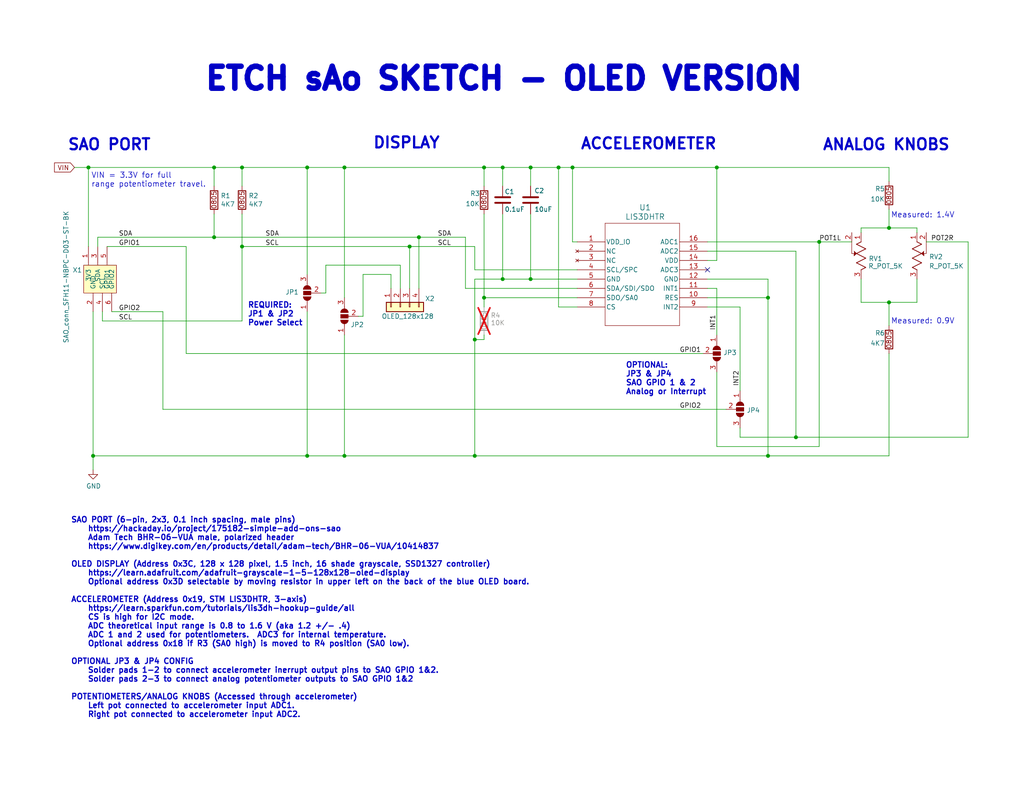
<source format=kicad_sch>
(kicad_sch (version 20231120) (generator "eeschema") (generator_version "8.0")
  (paper "A")
  (title_block (title "Etch sAo Sketch - OLED Version") (date "2024-12-01") (rev "1.2") (company "Concept and design by Andy Geppert @ www.MachineIdeas.com") (comment 2 "https://hackaday.io/project/197581-etch-sao-sketch") (comment 4 "All non-polarized capacitors are X7R or X5R ceramic unless otherwise noted."))
  (lib_symbols
    (symbol "ANDY_SYMBOL_LIBRARY:GND" (power) (pin_names (offset 0))
      (property "Value" "GND" (at 3.937 -1.905 0))
      (symbol "GND_0_1"
        (polyline (pts (xy 0 0) (xy 0 -1.27) (xy 1.27 -1.27) (xy 0 -2.54) (xy -1.27 -1.27) (xy 0 -1.27)))
      )
      (symbol "GND_1_1"
        (pin power_in line (at 0 0 270) (length 0) hide (name "GND") (number "1"))
      )
    )
    (symbol "ANDY_SYMBOL_LIBRARY:LIS3DHTR" (pin_names (offset 0.254))
      (property "Reference" "U" (at 18.288 9.652 0))
      (property "Value" "LIS3DHTR" (at 18.288 7.112 0))
      (symbol "LIS3DHTR_0_1"
        (polyline (pts (xy 7.62 -22.86) (xy 27.94 -22.86)) (stroke (width 0.127)))
        (polyline (pts (xy 7.62 5.08) (xy 7.62 -22.86)) (stroke (width 0.127)))
        (polyline (pts (xy 27.94 -22.86) (xy 27.94 5.08)) (stroke (width 0.127)))
        (polyline (pts (xy 27.94 5.08) (xy 7.62 5.08)) (stroke (width 0.127)))
        (pin power_in line (at 0 0 0) (length 7.62) (name "VDD_IO") (number "1"))
        (pin unspecified line (at 35.56 -15.24 180) (length 7.62) (name "RES") (number "10"))
        (pin unspecified line (at 35.56 -12.7 180) (length 7.62) (name "INT1") (number "11"))
        (pin power_in line (at 35.56 -10.16 180) (length 7.62) (name "GND") (number "12"))
        (pin input line (at 35.56 -7.62 180) (length 7.62) (name "ADC3") (number "13"))
        (pin power_in line (at 35.56 -5.08 180) (length 7.62) (name "VDD") (number "14"))
        (pin input line (at 35.56 -2.54 180) (length 7.62) (name "ADC2") (number "15"))
        (pin input line (at 35.56 0 180) (length 7.62) (name "ADC1") (number "16"))
        (pin no_connect line (at 0 -2.54 0) (length 7.62) (name "NC") (number "2"))
        (pin no_connect line (at 0 -5.08 0) (length 7.62) (name "NC") (number "3"))
        (pin unspecified line (at 0 -7.62 0) (length 7.62) (name "SCL/SPC") (number "4"))
        (pin power_in line (at 0 -10.16 0) (length 7.62) (name "GND") (number "5"))
        (pin unspecified line (at 0 -12.7 0) (length 7.62) (name "SDA/SDI/SDO") (number "6"))
        (pin unspecified line (at 0 -15.24 0) (length 7.62) (name "SDO/SA0") (number "7"))
        (pin unspecified line (at 0 -17.78 0) (length 7.62) (name "CS") (number "8"))
        (pin unspecified line (at 35.56 -17.78 180) (length 7.62) (name "INT2") (number "9"))
      )
    )
    (symbol "ANDY_SYMBOL_LIBRARY:POT_91AR5KLF" (pin_names (offset 0.254))
      (property "Reference" "R" (at 5.715 6.985 0))
      (property "Value" "POT_91AR5KLF" (at 6.35 -3.81 0))
      (symbol "POT_91AR5KLF_1_1"
        (polyline (pts (xy 2.54 0) (xy 3.175 1.27)) (stroke (width 0.2032)))
        (polyline (pts (xy 2.54 2.54) (xy 5.715 2.54)) (stroke (width 0.127)))
        (polyline (pts (xy 3.175 1.27) (xy 4.445 -1.27)) (stroke (width 0.2032)))
        (polyline (pts (xy 4.445 -1.27) (xy 5.715 1.27)) (stroke (width 0.2032)))
        (polyline (pts (xy 5.715 1.27) (xy 6.985 -1.27)) (stroke (width 0.2032)))
        (polyline (pts (xy 5.715 2.54) (xy 5.715 1.27)) (stroke (width 0.127)))
        (polyline (pts (xy 6.985 -1.27) (xy 8.255 1.27)) (stroke (width 0.2032)))
        (polyline (pts (xy 8.255 1.27) (xy 9.525 -1.27)) (stroke (width 0.2032)))
        (polyline (pts (xy 9.525 -1.27) (xy 10.16 0)) (stroke (width 0.2032)))
        (polyline (pts (xy 5.08 1.905) (xy 5.715 1.27) (xy 6.35 1.905) (xy 5.715 1.905)) (fill (type outline)))
        (pin unspecified line (at 0 0 0) (length 2.54) (name "") (number "1"))
        (pin unspecified line (at 2.54 2.54 180) (length 2.54) (name "") (number "2"))
        (pin unspecified line (at 12.7 0 180) (length 2.54) (name "") (number "3"))
      )
    )
    (symbol "ANDY_SYMBOL_LIBRARY:Resistor_0805" (pin_numbers hide) (pin_names (offset 0))
      (property "Reference" "R" (at 2.032 0 90))
      (property "Value" "Resistor_0805" (at 0 0 90))
      (symbol "Resistor_0805_0_1"
        (rectangle (start -1.016 -2.54) (end 1.016 2.54) (stroke (width 0.254)))
      )
      (symbol "Resistor_0805_1_1"
        (text "0805" (at 0 0 900) (effects (font (size 1.27 1.27))))
        (pin passive line (at 0 3.81 270) (length 1.27) (name "~") (number "1"))
        (pin passive line (at 0 -3.81 90) (length 1.27) (name "~") (number "2"))
      )
    )
    (symbol "ANDY_SYMBOL_LIBRARY:SAO_conn_SFH11-NBPC-D03-ST-BK-badgelife_shitty_addon_v169bis" (pin_names (offset 1.016))
      (property "Reference" "X1" (at -8.1534 1.1938 0))
      (property "Value" "SAO_conn_SFH11-NBPC-D03-ST-BK" (at -10.6934 -18.9484 0))
      (symbol "SAO_conn_SFH11-NBPC-D03-ST-BK-badgelife_shitty_addon_v169bis_0_1"
        (rectangle (start -5.08 2.54) (end 3.81 -5.08) (fill (type background)))
      )
      (symbol "SAO_conn_SFH11-NBPC-D03-ST-BK-badgelife_shitty_addon_v169bis_1_1"
        (pin input line (at -3.81 7.62 270) (length 5.08) (name "3V3") (number "1"))
        (pin input line (at -2.54 -10.16 90) (length 5.08) (name "GND") (number "2"))
        (pin input line (at -1.27 7.62 270) (length 5.08) (name "SDA") (number "3"))
        (pin input line (at 0 -10.16 90) (length 5.08) (name "SCL") (number "4"))
        (pin input line (at 1.27 7.62 270) (length 5.08) (name "GPIO1") (number "5"))
        (pin input line (at 2.54 -10.16 90) (length 5.08) (name "GPIO2") (number "6"))
      )
    )
    (symbol "CORE_64_LIBRARY:SolderJumper_3_Open-Jumper" (pin_names (offset 0) hide)
      (property "Reference" "JP1" (at -1.27 2.54 90))
      (symbol "SolderJumper_3_Open-Jumper_0_1"
        (arc (start -1.016 1.016) (mid -2.0275 0) (end -1.016 -1.016))
        (arc (start -1.016 1.016) (mid -2.0275 0) (end -1.016 -1.016) (fill (type outline)))
        (rectangle (start -0.508 1.016) (end 0.508 -1.016) (fill (type outline)))
        (polyline (pts (xy -2.54 0) (xy -2.032 0)))
        (polyline (pts (xy -1.016 1.016) (xy -1.016 -1.016)))
        (polyline (pts (xy 0 -1.27) (xy 0 -1.016)))
        (polyline (pts (xy 1.016 1.016) (xy 1.016 -1.016)))
        (polyline (pts (xy 2.54 0) (xy 2.032 0)))
        (arc (start 1.016 -1.016) (mid 2.0275 0) (end 1.016 1.016))
        (arc (start 1.016 -1.016) (mid 2.0275 0) (end 1.016 1.016) (fill (type outline)))
      )
      (symbol "SolderJumper_3_Open-Jumper_1_1"
        (pin passive line (at -5.08 0 0) (length 2.54) (name "A") (number "1"))
        (pin input line (at 0 -3.81 90) (length 2.54) (name "C") (number "2"))
        (pin passive line (at 5.08 0 180) (length 2.54) (name "B") (number "3"))
      )
    )
    (symbol "Connector_Generic:Conn_01x04" (pin_names (offset 1.016) hide)
      (property "Reference" "J" (at 0 5.08 0))
      (property "Value" "Conn_01x04" (at 0 -7.62 0))
      (symbol "Conn_01x04_1_1"
        (rectangle (start -1.27 -4.953) (end 0 -5.207) (stroke (width 0.1524)))
        (rectangle (start -1.27 -2.413) (end 0 -2.667) (stroke (width 0.1524)))
        (rectangle (start -1.27 0.127) (end 0 -0.127) (stroke (width 0.1524)))
        (rectangle (start -1.27 2.667) (end 0 2.413) (stroke (width 0.1524)))
        (rectangle (start -1.27 3.81) (end 1.27 -6.35) (stroke (width 0.254)) (fill (type background)))
        (pin passive line (at -5.08 2.54 0) (length 3.81) (name "Pin_1") (number "1"))
        (pin passive line (at -5.08 0 0) (length 3.81) (name "Pin_2") (number "2"))
        (pin passive line (at -5.08 -2.54 0) (length 3.81) (name "Pin_3") (number "3"))
        (pin passive line (at -5.08 -5.08 0) (length 3.81) (name "Pin_4") (number "4"))
      )
    )
    (symbol "Device:C" (pin_numbers hide) (pin_names (offset 0.254))
      (property "Reference" "C" (at 0.635 2.54 0))
      (property "Value" "C" (at 0.635 -2.54 0))
      (symbol "C_0_1"
        (polyline (pts (xy -2.032 -0.762) (xy 2.032 -0.762)) (stroke (width 0.508)))
        (polyline (pts (xy -2.032 0.762) (xy 2.032 0.762)) (stroke (width 0.508)))
      )
      (symbol "C_1_1"
        (pin passive line (at 0 3.81 270) (length 2.794) (name "~") (number "1"))
        (pin passive line (at 0 -3.81 90) (length 2.794) (name "~") (number "2"))
      )
    )
  )
  (bus_alias "CA_SHIFT_REGISTER_BUS" (members "CM_SR_CLK" "CM_SR_LAT" "CM_SR_~{OE}" "CM_SR_SER1"))
  (bus_alias "CM_TRANSISTOR_DRIVE_BUS" (members "CM_Q1N" "CM_Q1P" "CM_Q2N" "CM_Q2P" "CM_Q3N" "CM_Q3P" "CM_Q4N" "CM_Q4P" "CM_Q5N" "CM_Q5P" "CM_Q6N" "CM_Q6P" "CM_Q7N" "CM_Q7P" "CM_Q8N" "CM_Q8P" "CM_Q9N" "CM_Q9P" "CM_Q10N" "CM_Q10P" "CA_SR_GPO_A" "CA_SR_GPO_B" "CA_SR_GPO_C" "CA_SR_GPO_D"))
  (bus_alias "GPIO_CPS_BUS" (members "GPIO1_CP1_SAO1" "GPIO2_CP2_SAO2" "GPIO3_CP3_DC" "GPIO4_CP4_CS2" "GPIO5_CP5_HS1" "GPIO6_CP6_HS2" "GPIO7_CP7_HS3" "GPIO8_CP8_HS4"))
  (bus_alias "I2C_3V3_BUS" (members "I2C_3V3_SCL" "I2C_3V3_SDA"))
  (bus_alias "SPI_3V3_BUS" (members "SPI_CD" "SPI_RESET" "SPI_SDI" "SPI_CS1" "SPI_CLK" "SPI_SDO"))
  (junction (at 83.82 45.72))
  (junction (at 93.98 45.72))
  (junction (at 66.04 45.72))
  (junction (at 66.04 67.31))
  (junction (at 217.17 119.38))
  (junction (at 132.08 45.72))
  (junction (at 25.4 124.46))
  (junction (at 83.82 124.46))
  (junction (at 209.55 124.46))
  (junction (at 58.42 64.77))
  (junction (at 144.78 76.2))
  (junction (at 144.78 45.72))
  (junction (at 195.58 45.72))
  (junction (at 129.54 92.71))
  (junction (at 242.57 62.23))
  (junction (at 137.16 45.72))
  (junction (at 242.57 82.55))
  (junction (at 24.13 45.72))
  (junction (at 152.4 45.72))
  (junction (at 58.42 45.72))
  (junction (at 114.3 64.77))
  (junction (at 209.55 81.28))
  (junction (at 111.76 67.31))
  (junction (at 129.54 124.46))
  (junction (at 156.21 45.72))
  (junction (at 223.52 66.04))
  (junction (at 137.16 76.2))
  (junction (at 93.98 124.46))
  (junction (at 132.08 81.28))
  (no_connect (at 193.04 73.66))
  (wire (pts (xy 156.21 45.72) (xy 195.58 45.72)))
  (wire (pts (xy 24.13 45.72) (xy 58.42 45.72)))
  (wire (pts (xy 217.17 119.38) (xy 264.16 119.38)))
  (wire (pts (xy 27.94 87.63) (xy 27.94 85.09)))
  (wire (pts (xy 195.58 121.92) (xy 195.58 101.6)))
  (wire (pts (xy 193.04 83.82) (xy 201.93 83.82)))
  (wire (pts (xy 132.08 81.28) (xy 132.08 58.42)))
  (wire (pts (xy 127 78.74) (xy 127 64.77)))
  (wire (pts (xy 252.73 66.04) (xy 264.16 66.04)))
  (wire (pts (xy 195.58 45.72) (xy 242.57 45.72)))
  (wire (pts (xy 30.48 85.09) (xy 44.45 85.09)))
  (wire (pts (xy 264.16 119.38) (xy 264.16 66.04)))
  (wire (pts (xy 137.16 58.42) (xy 137.16 76.2)))
  (wire (pts (xy 25.4 124.46) (xy 83.82 124.46)))
  (wire (pts (xy 157.48 81.28) (xy 132.08 81.28)))
  (wire (pts (xy 137.16 45.72) (xy 137.16 50.8)))
  (wire (pts (xy 20.32 45.72) (xy 24.13 45.72)))
  (wire (pts (xy 58.42 58.42) (xy 58.42 64.77)))
  (wire (pts (xy 50.8 67.31) (xy 50.8 96.52)))
  (wire (pts (xy 66.04 45.72) (xy 83.82 45.72)))
  (wire (pts (xy 83.82 45.72) (xy 83.82 74.93)))
  (wire (pts (xy 242.57 88.9) (xy 242.57 82.55)))
  (wire (pts (xy 50.8 96.52) (xy 191.77 96.52)))
  (wire (pts (xy 193.04 78.74) (xy 195.58 78.74)))
  (wire (pts (xy 83.82 85.09) (xy 83.82 124.46)))
  (wire (pts (xy 88.9 72.39) (xy 109.22 72.39)))
  (wire (pts (xy 132.08 91.44) (xy 132.08 92.71)))
  (wire (pts (xy 66.04 58.42) (xy 66.04 67.31)))
  (wire (pts (xy 137.16 45.72) (xy 144.78 45.72)))
  (wire (pts (xy 129.54 124.46) (xy 209.55 124.46)))
  (wire (pts (xy 144.78 45.72) (xy 144.78 50.8)))
  (wire (pts (xy 93.98 45.72) (xy 132.08 45.72)))
  (wire (pts (xy 234.95 76.2) (xy 234.95 82.55)))
  (wire (pts (xy 114.3 64.77) (xy 127 64.77)))
  (wire (pts (xy 144.78 76.2) (xy 157.48 76.2)))
  (wire (pts (xy 129.54 76.2) (xy 129.54 92.71)))
  (wire (pts (xy 217.17 68.58) (xy 217.17 119.38)))
  (wire (pts (xy 26.67 64.77) (xy 26.67 67.31)))
  (wire (pts (xy 157.48 78.74) (xy 127 78.74)))
  (wire (pts (xy 99.06 86.36) (xy 99.06 74.93)))
  (wire (pts (xy 93.98 91.44) (xy 93.98 124.46)))
  (wire (pts (xy 152.4 83.82) (xy 157.48 83.82)))
  (wire (pts (xy 109.22 72.39) (xy 109.22 78.74)))
  (wire (pts (xy 58.42 64.77) (xy 114.3 64.77)))
  (wire (pts (xy 58.42 45.72) (xy 66.04 45.72)))
  (wire (pts (xy 106.68 74.93) (xy 106.68 78.74)))
  (wire (pts (xy 83.82 45.72) (xy 93.98 45.72)))
  (wire (pts (xy 195.58 78.74) (xy 195.58 91.44)))
  (wire (pts (xy 242.57 82.55) (xy 250.19 82.55)))
  (wire (pts (xy 157.48 66.04) (xy 156.21 66.04)))
  (wire (pts (xy 195.58 45.72) (xy 195.58 71.12)))
  (wire (pts (xy 132.08 45.72) (xy 137.16 45.72)))
  (wire (pts (xy 223.52 66.04) (xy 223.52 121.92)))
  (wire (pts (xy 58.42 45.72) (xy 58.42 50.8)))
  (wire (pts (xy 209.55 124.46) (xy 242.57 124.46)))
  (wire (pts (xy 132.08 92.71) (xy 129.54 92.71)))
  (wire (pts (xy 44.45 111.76) (xy 198.12 111.76)))
  (wire (pts (xy 93.98 45.72) (xy 93.98 81.28)))
  (wire (pts (xy 144.78 45.72) (xy 152.4 45.72)))
  (wire (pts (xy 234.95 62.23) (xy 242.57 62.23)))
  (wire (pts (xy 27.94 87.63) (xy 66.04 87.63)))
  (wire (pts (xy 83.82 124.46) (xy 93.98 124.46)))
  (wire (pts (xy 242.57 96.52) (xy 242.57 124.46)))
  (wire (pts (xy 114.3 64.77) (xy 114.3 78.74)))
  (wire (pts (xy 111.76 67.31) (xy 129.54 67.31)))
  (wire (pts (xy 152.4 45.72) (xy 152.4 83.82)))
  (wire (pts (xy 193.04 71.12) (xy 195.58 71.12)))
  (wire (pts (xy 137.16 76.2) (xy 144.78 76.2)))
  (wire (pts (xy 88.9 80.01) (xy 87.63 80.01)))
  (wire (pts (xy 44.45 85.09) (xy 44.45 111.76)))
  (wire (pts (xy 223.52 66.04) (xy 232.41 66.04)))
  (wire (pts (xy 242.57 45.72) (xy 242.57 49.53)))
  (wire (pts (xy 137.16 76.2) (xy 129.54 76.2)))
  (wire (pts (xy 217.17 68.58) (xy 193.04 68.58)))
  (wire (pts (xy 223.52 121.92) (xy 195.58 121.92)))
  (wire (pts (xy 129.54 73.66) (xy 129.54 67.31)))
  (wire (pts (xy 201.93 83.82) (xy 201.93 106.68)))
  (wire (pts (xy 152.4 45.72) (xy 156.21 45.72)))
  (wire (pts (xy 209.55 81.28) (xy 209.55 124.46)))
  (wire (pts (xy 144.78 58.42) (xy 144.78 76.2)))
  (wire (pts (xy 156.21 66.04) (xy 156.21 45.72)))
  (wire (pts (xy 250.19 76.2) (xy 250.19 82.55)))
  (wire (pts (xy 234.95 62.23) (xy 234.95 63.5)))
  (wire (pts (xy 129.54 92.71) (xy 129.54 124.46)))
  (wire (pts (xy 242.57 62.23) (xy 250.19 62.23)))
  (wire (pts (xy 88.9 80.01) (xy 88.9 72.39)))
  (wire (pts (xy 93.98 124.46) (xy 129.54 124.46)))
  (wire (pts (xy 25.4 128.27) (xy 25.4 124.46)))
  (wire (pts (xy 242.57 57.15) (xy 242.57 62.23)))
  (wire (pts (xy 111.76 67.31) (xy 111.76 78.74)))
  (wire (pts (xy 201.93 119.38) (xy 217.17 119.38)))
  (wire (pts (xy 66.04 67.31) (xy 66.04 87.63)))
  (wire (pts (xy 99.06 74.93) (xy 106.68 74.93)))
  (wire (pts (xy 66.04 67.31) (xy 111.76 67.31)))
  (wire (pts (xy 157.48 73.66) (xy 129.54 73.66)))
  (wire (pts (xy 193.04 81.28) (xy 209.55 81.28)))
  (wire (pts (xy 250.19 62.23) (xy 250.19 63.5)))
  (wire (pts (xy 29.21 67.31) (xy 50.8 67.31)))
  (wire (pts (xy 25.4 124.46) (xy 25.4 85.09)))
  (wire (pts (xy 234.95 82.55) (xy 242.57 82.55)))
  (wire (pts (xy 209.55 76.2) (xy 209.55 81.28)))
  (wire (pts (xy 132.08 81.28) (xy 132.08 83.82)))
  (wire (pts (xy 193.04 76.2) (xy 209.55 76.2)))
  (wire (pts (xy 201.93 119.38) (xy 201.93 116.84)))
  (wire (pts (xy 193.04 66.04) (xy 223.52 66.04)))
  (wire (pts (xy 66.04 45.72) (xy 66.04 50.8)))
  (wire (pts (xy 97.79 86.36) (xy 99.06 86.36)))
  (wire (pts (xy 132.08 45.72) (xy 132.08 50.8)))
  (wire (pts (xy 24.13 45.72) (xy 24.13 67.31)))
  (wire (pts (xy 26.67 64.77) (xy 58.42 64.77)))
  (text "SAO PORT (6-pin, 2x3, 0.1 inch spacing, male pins)\n    https://hackaday.io/project/175182-simple-add-ons-sao\n    Adam Tech BHR-06-VUA male, polarized header\n    https://www.digikey.com/en/products/detail/adam-tech/BHR-06-VUA/10414837\n\nOLED DISPLAY (Address 0x3C, 128 x 128 pixel, 1.5 inch, 16 shade grayscale, SSD1327 controller)\n    https://learn.adafruit.com/adafruit-grayscale-1-5-128x128-oled-display\n    Optional address 0x3D selectable by moving resistor in upper left on the back of the blue OLED board.\n\nACCELEROMETER (Address 0x19, STM LIS3DHTR, 3-axis)\n    https://learn.sparkfun.com/tutorials/lis3dh-hookup-guide/all\n    CS is high for I2C mode.\n    ADC theoretical input range is 0.8 to 1.6 V (aka 1.2 +/- .4)\n    ADC 1 and 2 used for potentiometers.  ADC3 for internal temperature.\n    Optional address 0x18 if R3 (SA0 high) is moved to R4 position (SA0 low).\n\nOPTIONAL JP3 & JP4 CONFIG\n    Solder pads 1-2 to connect accelerometer inerrupt output pins to SAO GPIO 1&2.\n    Solder pads 2-3 to connect analog potentiometer outputs to SAO GPIO 1&2  \n\nPOTENTIOMETERS/ANALOG KNOBS (Accessed through accelerometer)\n    Left pot connected to accelerometer input ADC1.\n    Right pot connected to accelerometer input ADC2." (at 19.304 196.088 0) (effects (font (size 1.5 1.5) (thickness 0.3) (bold yes)) (justify left bottom)))
  (text "Measured: 1.4V" (at 243.078 59.69 0) (effects (font (size 1.5 1.5)) (justify left bottom)))
  (text "REQUIRED:\nJP1 & JP2\nPower Select" (at 67.564 89.154 0) (effects (font (size 1.5 1.5) (thickness 0.3) (bold yes)) (justify left bottom)))
  (text "DISPLAY" (at 101.6 40.894 0) (effects (font (size 3 3) (thickness 0.6) (bold yes)) (justify left bottom)))
  (text "ANALOG KNOBS" (at 224.282 41.402 0) (effects (font (size 3 3) (thickness 0.6) (bold yes)) (justify left bottom)))
  (text "ETCH sAo SKETCH - OLED VERSION" (at 55.372 25.146 0) (effects (font (size 6 6) (thickness 1.6) (bold yes)) (justify left bottom)))
  (text "Measured: 0.9V" (at 243.078 88.646 0) (effects (font (size 1.5 1.5)) (justify left bottom)))
  (text "VIN = 3.3V for full\nrange potentiometer travel." (at 24.892 51.308 0) (effects (font (size 1.5 1.5)) (justify left bottom)))
  (text "OPTIONAL:\nJP3 & JP4\nSAO GPIO 1 & 2\nAnalog or Interrupt" (at 170.688 107.95 0) (effects (font (size 1.5 1.5) (thickness 0.3) (bold yes)) (justify left bottom)))
  (text "ACCELEROMETER" (at 158.242 41.148 0) (effects (font (size 3 3) (thickness 0.6) (bold yes)) (justify left bottom)))
  (text "SAO PORT" (at 18.288 41.402 0) (effects (font (size 3 3) (thickness 0.6) (bold yes)) (justify left bottom)))
  (label "SDA" (at 32.385 64.77 0))
  (label "GPIO1" (at 32.385 67.31 0))
  (label "SCL" (at 32.385 87.63 0))
  (label "POT2R" (at 254 66.04 0))
  (label "INT2" (at 201.93 105.41 90))
  (label "GPIO2" (at 32.385 85.09 0))
  (label "GPIO1" (at 185.42 96.52 0))
  (label "SCL" (at 119.38 67.31 0))
  (label "SDA" (at 72.39 64.77 0))
  (label "GPIO2" (at 185.42 111.76 0))
  (label "POT1L" (at 223.52 66.04 0))
  (label "SDA" (at 119.38 64.77 0))
  (label "SCL" (at 72.39 67.31 0))
  (label "INT1" (at 195.58 90.17 90))
  (global_label "VIN" (shape input) (at 20.32 45.72 180) (property "Intersheetrefs" "${INTERSHEET_REFS}" (effects (hide yes))))
  (symbol (lib_id "ANDY_SYMBOL_LIBRARY:Resistor_0805") (at 66.04 54.61 0) (unit 1)
    (property "Reference" "R2" (at 67.818 53.4416 0) (effects (justify left)))
    (property "Value" "4K7" (at 67.818 55.753 0) (effects (justify left)))
    (property "Footprint" "Resistor_SMD:R_0805_2012Metric" (effects (hide yes)))
    (property "Description" "Resistor" (effects (hide yes)))
    (property "Populate" "no" (effects (hide yes)))
    (property "LCSC" "C17673" (effects (hide yes)))
  )
  (symbol (lib_id "CORE_64_LIBRARY:SolderJumper_3_Open-Jumper") (at 201.93 111.76 270) (unit 1)
    (property "Reference" "JP4" (at 203.708 112.014 90) (effects (justify left)))
    (property "Value" "SolderJumper_3_Open" (effects (hide yes)))
    (property "Footprint" "Jumper:SolderJumper-3_P1.3mm_Open_RoundedPad1.0x1.5mm_NumberLabels" (effects (hide yes)))
    (property "Insert?" "No" (effects (hide yes)))
    (property "Populate" "DNP" (effects (hide yes)))
  )
  (symbol (lib_id "CORE_64_LIBRARY:SolderJumper_3_Open-Jumper") (at 195.58 96.52 270) (unit 1)
    (property "Reference" "JP3" (at 197.358 96.266 90) (effects (justify left)))
    (property "Value" "SolderJumper_3_Open" (effects (hide yes)))
    (property "Footprint" "Jumper:SolderJumper-3_P1.3mm_Open_RoundedPad1.0x1.5mm_NumberLabels" (effects (hide yes)))
    (property "Insert?" "No" (effects (hide yes)))
    (property "Populate" "DNP" (effects (hide yes)))
  )
  (symbol (lib_id "ANDY_SYMBOL_LIBRARY:Resistor_0805") (at 58.42 54.61 0) (unit 1)
    (property "Reference" "R1" (at 60.198 53.4416 0) (effects (justify left)))
    (property "Value" "4K7" (at 60.198 55.753 0) (effects (justify left)))
    (property "Footprint" "Resistor_SMD:R_0805_2012Metric" (effects (hide yes)))
    (property "Description" "Resistor" (effects (hide yes)))
    (property "Populate" "no" (effects (hide yes)))
    (property "LCSC" "C17673" (effects (hide yes)))
  )
  (symbol (lib_id "ANDY_SYMBOL_LIBRARY:GND") (at 25.4 128.27 0) (unit 1)
    (property "Reference" "#PWR02" (effects (hide yes)))
    (property "Value" "GND" (at 25.527 132.715 0))
  )
  (symbol (lib_id "ANDY_SYMBOL_LIBRARY:LIS3DHTR") (at 157.48 66.04 0) (unit 1)
    (property "Reference" "U1" (at 176.022 56.642 0) (effects (font (size 1.524 1.524))))
    (property "Value" "LIS3DHTR" (at 176.022 59.182 0) (effects (font (size 1.524 1.524))))
    (property "Footprint" "Andy_Footprint_Library:LGA-16_3x3x1mm_STM" (effects (hide yes)))
    (property "Datasheet" "LIS3DHTR" (effects (hide yes)))
    (property "Digi-Key_PN" "497-10613-2-ND" (effects (hide yes)))
    (property "LCSC" "C15134" (effects (hide yes)))
    (property "Manufacturer" "STMicroelectronics" (effects (hide yes)))
    (property "Manufacturer_Part_Number" "LIS3DHTR" (effects (hide yes)))
  )
  (symbol (lib_id "Connector_Generic:Conn_01x04") (at 109.22 83.82 90) (mirror x) (unit 1)
    (property "Reference" "X2" (at 118.618 81.534 90) (effects (justify left)))
    (property "Value" "OLED_128x128" (at 118.364 86.36 90) (effects (justify left)))
    (property "Footprint" "Andy_Footprint_Library:OLED_1.50_128x128" (effects (hide yes)))
    (property "Insert?" "No" (effects (hide yes)))
    (property "Populate" "DNP" (effects (hide yes)))
    (property "User Optional" "yes" (effects (hide yes)))
  )
  (symbol (lib_id "ANDY_SYMBOL_LIBRARY:POT_91AR5KLF") (at 234.95 63.5 90) (mirror x) (unit 1)
    (property "Reference" "RV1" (at 240.792 70.612 90) (effects (justify left)))
    (property "Value" "R_POT_5K" (at 246.38 72.644 90) (effects (justify left)))
    (property "Footprint" "Andy_Footprint_Library:POT_RES3_91A_TTE" (effects (hide yes)))
    (property "Datasheet" "91AR5KLF" (effects (hide yes)))
    (property "Description" "Potentiometer, US symbol" (effects (hide yes)))
    (property "Digi-Key_PN" "987-1171-ND" (effects (hide yes)))
    (property "Manufacturer" "TT Electronics" (effects (hide yes)))
    (property "Manufacturer_Part_Number" "91AR5KLF" (effects (hide yes)))
  )
  (symbol (lib_id "ANDY_SYMBOL_LIBRARY:Resistor_0805") (at 132.08 54.61 0) (unit 1)
    (property "Reference" "R3" (at 128.27 52.832 0) (effects (justify left)))
    (property "Value" "10K" (at 127 55.626 0) (effects (justify left)))
    (property "Footprint" "Resistor_SMD:R_0805_2012Metric" (effects (hide yes)))
    (property "Description" "Resistor" (effects (hide yes)))
    (property "Populate" "no" (effects (hide yes)))
    (property "LCSC" "C17414" (effects (hide yes)))
  )
  (symbol (lib_id "ANDY_SYMBOL_LIBRARY:Resistor_0805") (at 132.08 87.63 0) (unit 1) (dnp yes)
    (property "Reference" "R4" (at 133.858 86.106 0) (effects (justify left)))
    (property "Value" "10K" (at 133.858 88.138 0) (effects (justify left)))
    (property "Footprint" "Resistor_SMD:R_0805_2012Metric" (effects (hide yes)))
    (property "Description" "Resistor" (effects (hide yes)))
    (property "Populate" "no" (effects (hide yes)))
    (property "LCSC" "C17414" (effects (hide yes)))
  )
  (symbol (lib_id "ANDY_SYMBOL_LIBRARY:Resistor_0805") (at 242.57 92.71 0) (unit 1)
    (property "Reference" "R6" (at 238.76 90.932 0) (effects (justify left)))
    (property "Value" "4K7" (at 237.49 93.726 0) (effects (justify left)))
    (property "Footprint" "Resistor_SMD:R_0805_2012Metric" (effects (hide yes)))
    (property "Description" "Resistor" (effects (hide yes)))
    (property "Populate" "no" (effects (hide yes)))
    (property "LCSC" "C17673" (effects (hide yes)))
  )
  (symbol (lib_id "Device:C") (at 137.16 54.61 0) (unit 1)
    (property "Reference" "C1" (at 137.668 52.324 0) (effects (justify left)))
    (property "Value" "0.1uF" (at 137.668 57.15 0) (effects (justify left)))
    (property "Footprint" "Capacitor_SMD:C_0805_2012Metric" (effects (hide yes)))
    (property "Description" "CAP" (effects (hide yes)))
    (property "Insert?" "Yes" (effects (hide yes)))
    (property "LCSC" "C28233" (effects (hide yes)))
    (property "Populate" "yes" (effects (hide yes)))
  )
  (symbol (lib_id "Device:C") (at 144.78 54.61 0) (unit 1)
    (property "Reference" "C2" (at 145.796 52.07 0) (effects (justify left)))
    (property "Value" "10uF" (at 145.796 57.15 0) (effects (justify left)))
    (property "Footprint" "Capacitor_SMD:C_0805_2012Metric" (effects (hide yes)))
    (property "Description" "CAP" (effects (hide yes)))
    (property "Insert?" "Yes" (effects (hide yes)))
    (property "LCSC" "C17024" (effects (hide yes)))
    (property "Populate" "yes" (effects (hide yes)))
  )
  (symbol (lib_id "ANDY_SYMBOL_LIBRARY:SAO_conn_SFH11-NBPC-D03-ST-BK-badgelife_shitty_addon_v169bis") (at 27.94 74.93 0) (unit 1)
    (property "Reference" "X1" (at 19.7866 73.7362 0) (effects (justify left)))
    (property "Value" "SAO_conn_SFH11-NBPC-D03-ST-BK" (at 18.034 93.726 90) (effects (justify left)))
    (property "Footprint" "Andy_Footprint_Library:Badgelife-SAOv169-BADGE-2x3-Edge-Connect-no-front-text-shortened" (effects (hide yes)))
    (property "Description" "CONN HDR 6POS KEYED SOCKET 0.1 T.H." (effects (hide yes)))
    (property "MPN" "SFH11-NBPC-D03-ST-BK" (effects (hide yes)))
    (property "Manufacturer_Name" "Sullins" (effects (hide yes)))
    (property "Insert?" "Yes" (effects (hide yes)))
    (property "Populate" "DNP" (effects (hide yes)))
    (property "User Optional" "yes" (effects (hide yes)))
  )
  (symbol (lib_id "ANDY_SYMBOL_LIBRARY:POT_91AR5KLF") (at 250.19 63.5 270) (unit 1)
    (property "Reference" "RV2" (at 253.492 70.104 90) (effects (justify left)))
    (property "Value" "R_POT_5K" (at 253.492 72.644 90) (effects (justify left)))
    (property "Footprint" "Andy_Footprint_Library:POT_RES3_91A_TTE" (effects (hide yes)))
    (property "Datasheet" "91AR5KLF" (effects (hide yes)))
    (property "Description" "Potentiometer, US symbol" (effects (hide yes)))
    (property "Digi-Key_PN" "987-1171-ND" (effects (hide yes)))
    (property "Manufacturer" "TT Electronics" (effects (hide yes)))
    (property "Manufacturer_Part_Number" "91AR5KLF" (effects (hide yes)))
  )
  (symbol (lib_id "CORE_64_LIBRARY:SolderJumper_3_Open-Jumper") (at 83.82 80.01 90) (unit 1)
    (property "Reference" "JP1" (at 81.534 79.756 90) (effects (justify left)))
    (property "Value" "SolderJumper_3_Open" (effects (hide yes)))
    (property "Footprint" "Jumper:SolderJumper-3_P1.3mm_Open_RoundedPad1.0x1.5mm_NumberLabels" (effects (hide yes)))
    (property "Insert?" "No" (effects (hide yes)))
    (property "Populate" "DNP" (effects (hide yes)))
  )
  (symbol (lib_id "ANDY_SYMBOL_LIBRARY:Resistor_0805") (at 242.57 53.34 0) (unit 1)
    (property "Reference" "R5" (at 238.76 51.562 0) (effects (justify left)))
    (property "Value" "10K" (at 237.49 54.356 0) (effects (justify left)))
    (property "Footprint" "Resistor_SMD:R_0805_2012Metric" (effects (hide yes)))
    (property "Description" "Resistor" (effects (hide yes)))
    (property "Populate" "no" (effects (hide yes)))
    (property "LCSC" "C17414" (effects (hide yes)))
  )
  (symbol (lib_id "CORE_64_LIBRARY:SolderJumper_3_Open-Jumper") (at 93.98 86.36 90) (unit 1)
    (property "Reference" "JP2" (at 99.314 88.646 90) (effects (justify left)))
    (property "Value" "SolderJumper_3_Open" (effects (hide yes)))
    (property "Footprint" "Jumper:SolderJumper-3_P1.3mm_Open_RoundedPad1.0x1.5mm_NumberLabels" (effects (hide yes)))
    (property "Insert?" "No" (effects (hide yes)))
    (property "Populate" "DNP" (effects (hide yes)))
  )
)
</source>
